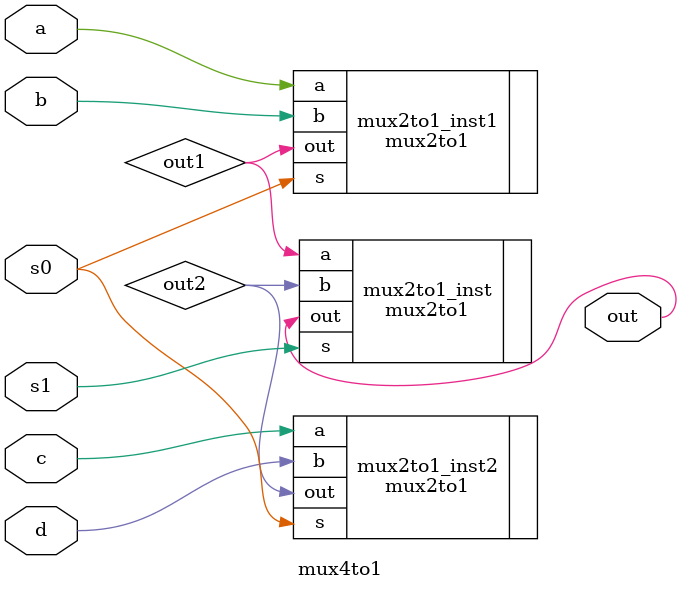
<source format=v>
module mux4to1(
    input a,b,c,d,s1,s0,
    output out);
    wire out1,out2;
mux2to1 mux2to1_inst1(
    .a (a),
    .b (b),
    .s (s0),
    .out (out1));
mux2to1 mux2to1_inst2(
    .a (c),
    .b (d),
    .s (s0),
    .out (out2));
mux2to1 mux2to1_inst(
    .a (out1),
    .b (out2),
    .s (s1),
    .out (out));
endmodule

</source>
